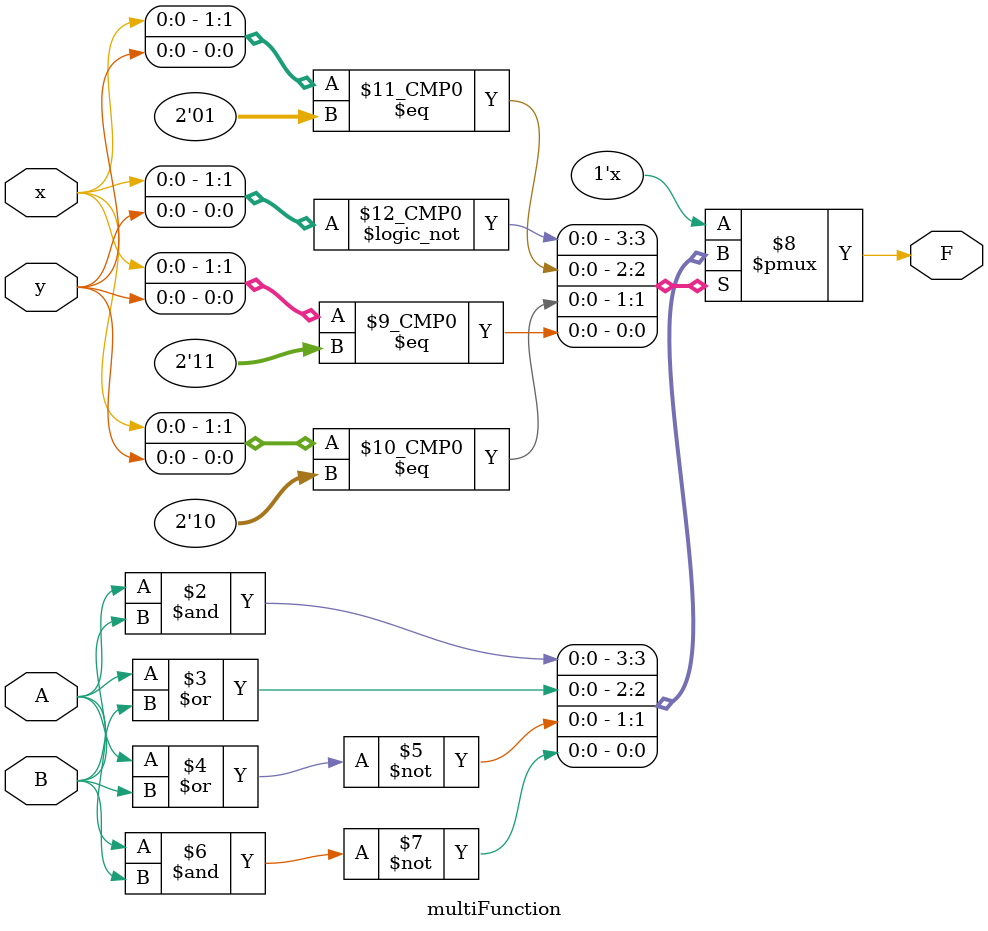
<source format=v>
module multiFunction(A,B,x,y,F);
input A,B,x,y;
output reg F;
always @(*) begin
	case({x,y}) 
	2'b00:  F=A&B; 
	2'b01:  F=A|B;
	2'b10:  F=~(A|B);
	2'b11:  F=~(A&B);
	endcase
end
endmodule
</source>
